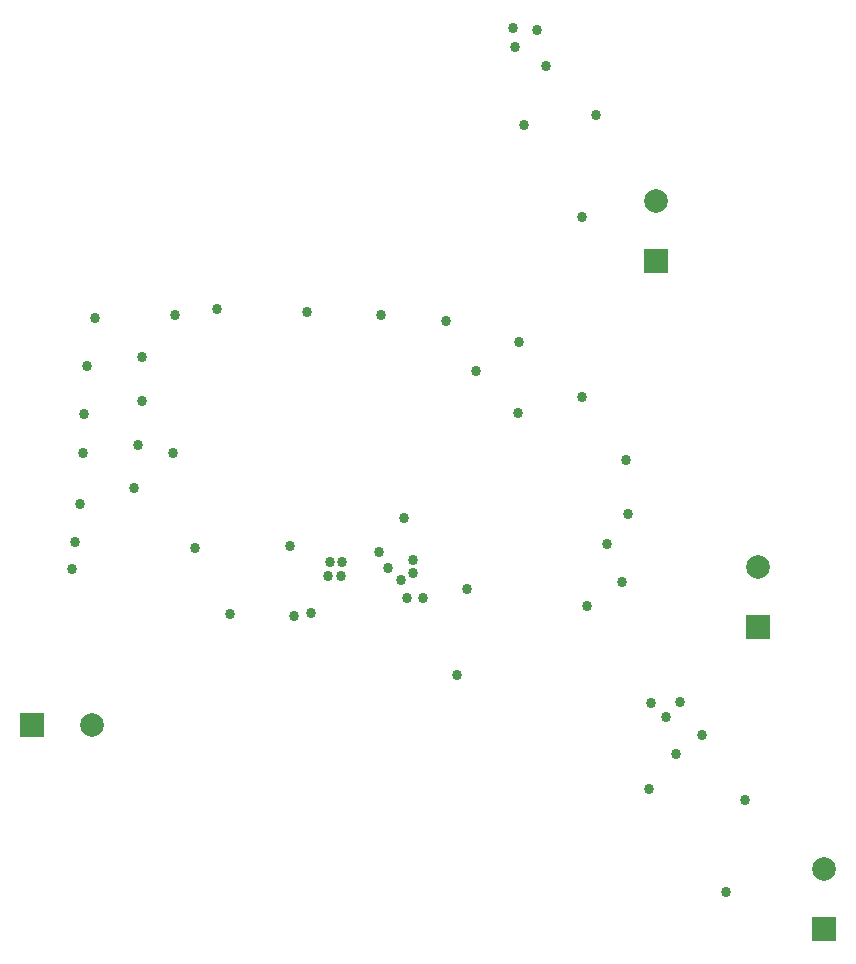
<source format=gbs>
%FSTAX23Y23*%
%MOIN*%
%SFA1B1*%

%IPPOS*%
%ADD64R,0.078900X0.078900*%
%ADD65C,0.078900*%
%ADD66R,0.078900X0.078900*%
%ADD67C,0.034000*%
G54D64*
X04797Y02584D03*
X05019Y01576D03*
X04459Y03804D03*
G54D65*
X04797Y02784D03*
X04459Y04004D03*
X02579Y02258D03*
X05019Y01776D03*
G54D66*
X02379Y02258D03*
G54D67*
X02849Y03163D03*
X03371Y028D03*
X03412Y02801D03*
X03409Y02753D03*
X03364Y02755D03*
X03238Y02852D03*
X02718Y03048D03*
X0292Y02846D03*
X0449Y02285D03*
X04526Y0216D03*
X04539Y02332D03*
X04442Y02329D03*
X02511Y02777D03*
X02523Y02866D03*
X02539Y02994D03*
X0273Y03191D03*
X02549Y03163D03*
X02744Y03338D03*
X0255Y03293D03*
X02746Y03485D03*
X02562Y03452D03*
X02587Y03615D03*
X02855Y03625D03*
X02995Y03644D03*
X03296Y03635D03*
X03542Y03623D03*
X03757Y03605D03*
X04002Y03532D03*
X03857Y03437D03*
X04211Y03349D03*
X04227Y02655D03*
X04295Y02861D03*
X04346Y02735D03*
X03989Y04516D03*
X04063Y04572D03*
X03982Y0458D03*
X04018Y04257D03*
X03795Y02425D03*
X03607Y02739D03*
X04359Y03139D03*
X03999Y03296D03*
X04366Y02961D03*
X03827Y0271D03*
X03618Y02947D03*
X03629Y02681D03*
X03683D03*
X03648Y02765D03*
Y02806D03*
X03565Y02779D03*
X03534Y02833D03*
X03039Y02626D03*
X03307Y0263D03*
X03253Y02621D03*
X04092Y04455D03*
X04212Y0395D03*
X04257Y04289D03*
X04436Y02042D03*
X0461Y02225D03*
X04755Y02007D03*
X0469Y01701D03*
M02*
</source>
